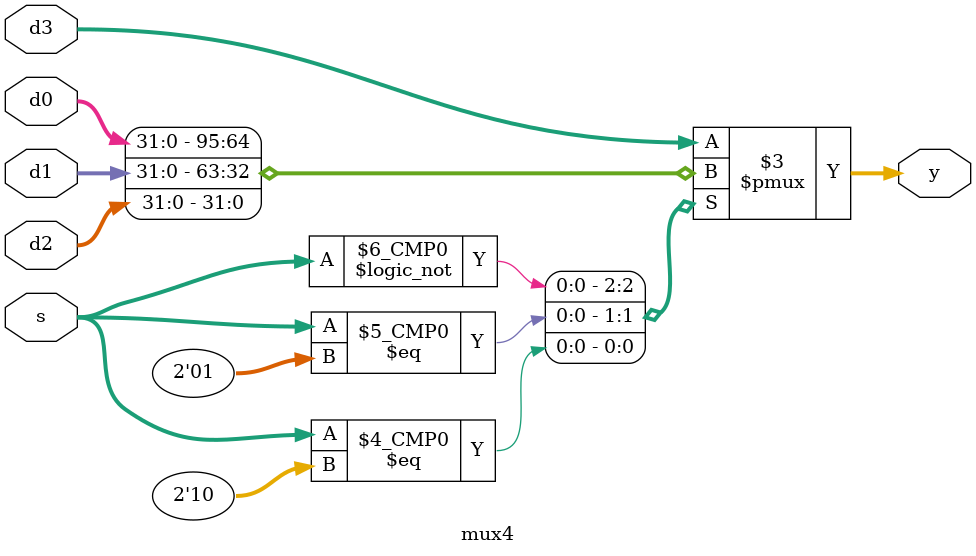
<source format=sv>
module mux4(
  input logic [31:0] d0,d1,d2,d3,
  input logic [1:0]	 s,
  output logic [31:0] y
);
  always @(*)
    case(s)
      2'b00: y = d0;
      2'b01: y = d1;
      2'b10: y = d2;
      default: y = d3;
    endcase
endmodule
</source>
